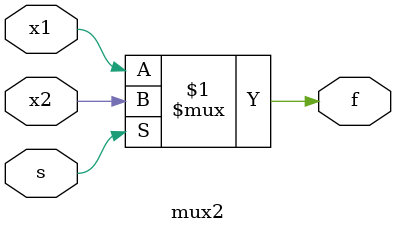
<source format=v>
module top (
    input x1, x2, x3, s0, s1,
    output xfe, xff);
    mux3e dute(x1, x2, x3, s0, s1, xfe);
    mux3f dutf(x1, x2, x3, s0, s1, xff);
endmodule 

// Estrutural
module mux3e (
    input x1, x2, x3, s0, s1,
    output f);
    // Instancie e conecte os componentes abaixo  
    mux2 mod0 ( in_out , s0 , x1 , x2 );
    mux2 mod1 ( f , s1 , in_out , x3 );

endmodule

// Funcional
module mux3f (
    input x1, x2, x3, s0, s1,
    output f);
    // Digite o seu código abaixo  
    assign f = s1 ? x3 : s0 ? x2 : x1;

endmodule

module mux2(
    output f,
    input s, x1, x2);
    assign f = s ? x2 : x1;
endmodule

</source>
